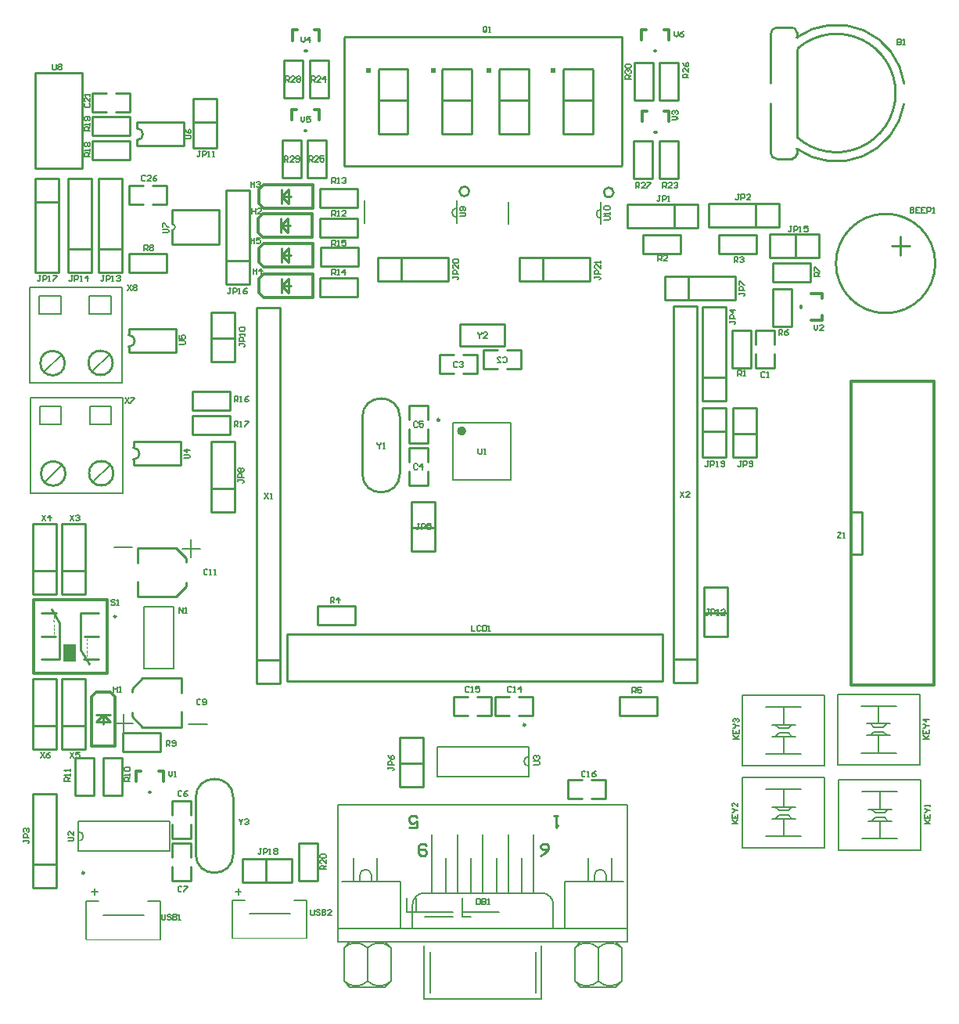
<source format=gto>
G04*
G04 #@! TF.GenerationSoftware,Altium Limited,Altium Designer,20.0.2 (26)*
G04*
G04 Layer_Color=65535*
%FSLAX24Y24*%
%MOIN*%
G70*
G01*
G75*
%ADD10C,0.0100*%
%ADD11C,0.0079*%
%ADD12C,0.0050*%
%ADD13C,0.0098*%
%ADD14C,0.0080*%
%ADD15C,0.0197*%
%ADD16C,0.0039*%
%ADD17C,0.0120*%
%ADD18C,0.0060*%
%ADD19R,0.0537X0.0739*%
%ADD20R,0.0197X0.0197*%
%ADD21R,0.0197X0.0197*%
D10*
X39266Y28796D02*
G03*
X39266Y28796I-2116J0D01*
G01*
X37942Y36452D02*
G03*
X33359Y38418I-2886J-402D01*
G01*
X32497Y38845D02*
G03*
X32261Y38570I20J-256D01*
G01*
X32261Y33491D02*
G03*
X32497Y33255I236J0D01*
G01*
X33364Y38648D02*
G03*
X33127Y38845I-217J-20D01*
G01*
X33167Y33255D02*
G03*
X33364Y33452I-0J197D01*
G01*
X33375Y34173D02*
G03*
X33417Y37963I1681J1877D01*
G01*
X33360Y33682D02*
G03*
X37931Y35577I1697J2368D01*
G01*
X2196Y19852D02*
G03*
X2196Y19852I-519J0D01*
G01*
X4243Y19864D02*
G03*
X4243Y19864I-519J0D01*
G01*
X5250Y34050D02*
G03*
X5250Y34550I0J250D01*
G01*
X25556Y31816D02*
G03*
X25556Y31816I-206J0D01*
G01*
X19406Y31866D02*
G03*
X19406Y31866I-206J0D01*
G01*
X7750Y3650D02*
G03*
X9350Y3650I800J0D01*
G01*
Y6050D02*
G03*
X7750Y6050I-800J0D01*
G01*
X5100Y20450D02*
G03*
X5100Y20950I0J250D01*
G01*
X4900Y25250D02*
G03*
X4900Y25750I0J250D01*
G01*
X2169Y24552D02*
G03*
X2169Y24552I-519J0D01*
G01*
X4217Y24564D02*
G03*
X4217Y24564I-519J0D01*
G01*
X16450Y22250D02*
G03*
X14850Y22250I-800J0D01*
G01*
Y19850D02*
G03*
X16450Y19850I800J0D01*
G01*
X33364Y33452D02*
Y33688D01*
X32497Y33255D02*
X33167D01*
X33364Y38412D02*
Y38648D01*
X32497Y38845D02*
X33167D01*
X32261Y33491D02*
Y35617D01*
Y36483D02*
Y38570D01*
X33375Y34173D02*
Y37922D01*
X33417Y37963D01*
X1596Y14084D02*
X1939Y13493D01*
Y12107D02*
Y13493D01*
X1193Y13904D02*
X1820D01*
X1193Y12920D02*
X1777D01*
X1939Y11936D02*
Y12107D01*
X1193Y11936D02*
X1939Y11936D01*
X2854Y12343D02*
X3197Y11752D01*
X2854Y12343D02*
Y13729D01*
X2973Y11932D02*
X3600D01*
X3016Y12916D02*
X3600Y12916D01*
X2854Y13729D02*
Y13900D01*
X3600Y13900D01*
X1145Y14492D02*
X1345Y14492D01*
X3980Y13992D02*
X3980Y14192D01*
X3468Y14488D02*
X3668Y14487D01*
X3803Y9188D02*
Y9588D01*
X3503Y9288D02*
X4103D01*
X3803Y9588D02*
X4103Y9288D01*
X3503D02*
X3803Y9588D01*
X3503D02*
X4103D01*
X2050Y9100D02*
X3050D01*
X2050Y8100D02*
X3050D01*
X2050D02*
Y11100D01*
X3050D01*
Y8100D02*
Y11100D01*
X800Y9100D02*
X1800D01*
X800Y8100D02*
X1800D01*
X800D02*
Y11100D01*
X1800D01*
Y8100D02*
Y11100D01*
X800Y15700D02*
X1800D01*
X800Y14700D02*
X1800D01*
X800D02*
Y17700D01*
X1800D01*
Y14700D02*
Y17700D01*
X2050Y15700D02*
X3050D01*
X2050Y14700D02*
X3050D01*
X2050D02*
Y17700D01*
X3050D01*
Y14700D02*
Y17700D01*
X3600Y32400D02*
X4600D01*
Y28400D02*
Y32400D01*
X3600Y28400D02*
Y32400D01*
Y28400D02*
X4600D01*
X3600Y29400D02*
X4600D01*
X2300Y32400D02*
X3300D01*
Y28400D02*
Y32400D01*
X2300Y28400D02*
Y32400D01*
Y28400D02*
X3300D01*
X2300Y29400D02*
X3300D01*
X900Y28400D02*
X1900D01*
X900Y32400D02*
X900Y28400D01*
X1900D02*
X1900Y32400D01*
X900D02*
X1900D01*
X900Y31400D02*
X1900D01*
X900Y32848D02*
X2900D01*
Y36900D01*
X1900D02*
X2900D01*
X900Y36900D02*
X1900Y36900D01*
X900Y32848D02*
X900Y36900D01*
X4350Y35250D02*
X4950D01*
X4350Y36050D02*
X4950D01*
X3350Y35250D02*
X3950D01*
X3350Y36050D02*
X3950D01*
X4950Y35250D02*
Y36050D01*
X3350Y35250D02*
Y36050D01*
X3350Y34000D02*
X4950D01*
X3350Y33200D02*
X4950D01*
X3350D02*
Y34000D01*
X4950Y33200D02*
Y34000D01*
X3350Y35050D02*
X4950D01*
X3350Y34250D02*
X4950D01*
X3350D02*
Y35050D01*
X4950Y34250D02*
Y35050D01*
X7650Y34800D02*
X8650D01*
X7650Y35800D02*
X8650D01*
X8650Y33700D02*
X8650Y35800D01*
X7650Y33700D02*
X8650D01*
X7650Y35800D02*
X7650Y33700D01*
X5250Y33800D02*
X7250D01*
Y34800D01*
X5250D02*
X7250D01*
X5250Y34550D02*
X5250Y34800D01*
X5250Y33800D02*
X5250Y34050D01*
X5900Y31300D02*
X6500D01*
X5900Y32100D02*
X6500D01*
X4900Y31300D02*
X5500D01*
X4900Y32100D02*
X5500D01*
X6500Y31300D02*
Y32100D01*
X4900Y31300D02*
Y32100D01*
Y28400D02*
X6500D01*
X4900Y29200D02*
X6500D01*
Y28400D02*
Y29200D01*
X4900Y28400D02*
Y29200D01*
X6750Y29614D02*
X8750D01*
Y31075D01*
X6750D02*
X8750D01*
X6750Y30469D02*
Y31075D01*
Y29614D02*
Y30219D01*
X9050Y31900D02*
X10050D01*
X10050Y27900D01*
X9050D02*
X9050Y31900D01*
X9050Y27900D02*
X10050D01*
X9050Y28900D02*
X10050D01*
X13040Y28180D02*
X14640D01*
X13040Y27380D02*
X14640D01*
X13040D02*
Y28180D01*
X14640Y27380D02*
Y28180D01*
X13090Y29480D02*
X14690Y29480D01*
X13090Y28680D02*
X14690D01*
X13090Y29480D02*
X13090Y28680D01*
X14690D02*
Y29480D01*
X13040Y30730D02*
X14640D01*
X13040Y29930D02*
X14640D01*
X13040D02*
Y30730D01*
X14640Y29930D02*
Y30730D01*
X13040Y31980D02*
X14640Y31980D01*
X13040Y31180D02*
X14640Y31180D01*
X13040Y31180D02*
Y31980D01*
X14640Y31180D02*
Y31980D01*
X11412Y27843D02*
X11812D01*
X11712Y27543D02*
Y28143D01*
X11412Y27843D02*
X11712Y28143D01*
X11412Y27843D02*
X11712Y27543D01*
X11412D02*
Y28143D01*
Y29153D02*
X11812D01*
X11712Y28853D02*
Y29453D01*
X11412Y29153D02*
X11712Y29453D01*
X11412Y29153D02*
X11712Y28853D01*
X11412D02*
Y29453D01*
X11362Y30403D02*
X11762D01*
X11662Y30103D02*
Y30703D01*
X11362Y30403D02*
X11662Y30703D01*
X11362Y30403D02*
X11662Y30103D01*
X11362D02*
Y30703D01*
X11412Y31653D02*
X11812D01*
X11712Y31353D02*
Y31953D01*
X11412Y31653D02*
X11712Y31953D01*
X11412Y31653D02*
X11712Y31353D01*
X11412D02*
Y31953D01*
X16500Y28050D02*
Y29050D01*
X15500Y28050D02*
Y29050D01*
X18500D01*
Y28050D02*
Y29050D01*
X15500Y28050D02*
X18500D01*
X22550D02*
Y29050D01*
X21550Y28050D02*
Y29050D01*
X24550D01*
Y28050D02*
Y29050D01*
X21550Y28050D02*
X24550D01*
X14098Y32952D02*
X14311D01*
X14094Y32956D02*
X14098Y32952D01*
X14094Y32956D02*
X14094Y33700D01*
X14114Y38448D02*
X14183D01*
X14094Y38428D02*
X14114Y38448D01*
X14094Y37700D02*
X14094Y38428D01*
X14094Y33700D02*
Y37700D01*
X25817Y38448D02*
X25902Y38448D01*
X25906Y38444D01*
X25906Y38359D01*
Y37700D02*
Y38359D01*
X25728Y32952D02*
X25886D01*
X25906Y32972D01*
Y33700D01*
Y37700D01*
X18248Y34314D02*
X19350D01*
X18248D02*
Y37031D01*
X18287Y37070D01*
X19508Y34314D02*
Y37031D01*
X19350Y34314D02*
X19508Y34314D01*
X18287Y35731D02*
X19508D01*
X18248Y35692D02*
X18287Y35731D01*
X18287Y37070D02*
X19492Y37070D01*
X19508Y37031D01*
X16775Y37070D02*
X16791Y37031D01*
X15571Y37070D02*
X16775Y37070D01*
X15531Y35692D02*
X15571Y35731D01*
X16791D01*
X16634Y34314D02*
X16791Y34314D01*
X16791Y37031D02*
X16791Y34314D01*
X15532Y37031D02*
X15571Y37070D01*
X15532Y34314D02*
Y37031D01*
Y34314D02*
X16634D01*
X20689D02*
X21791D01*
X20689D02*
Y37031D01*
X20728Y37070D01*
X21949Y34314D02*
Y37031D01*
X21791Y34314D02*
X21949Y34314D01*
X20728Y35731D02*
X21949D01*
X20689Y35692D02*
X20728Y35731D01*
Y37070D02*
X21933Y37070D01*
X21949Y37031D01*
X24649Y37070D02*
X24665Y37031D01*
X23445Y37070D02*
X24649Y37070D01*
X23406Y35692D02*
X23445Y35731D01*
X24665D01*
X24508Y34314D02*
X24665Y34314D01*
Y37031D01*
X23406Y37031D02*
X23445Y37070D01*
X23406Y34314D02*
Y37031D01*
Y34314D02*
X24508D01*
X14183Y32952D02*
X25817Y32952D01*
X14183Y38448D02*
X25817D01*
X27250Y35750D02*
Y37350D01*
X26450Y35750D02*
Y37350D01*
X27250D01*
X26450Y35750D02*
X27250D01*
X28300Y35750D02*
Y37350D01*
X27500Y35750D02*
Y37350D01*
X28300D01*
X27500Y35750D02*
X28300D01*
X27200Y32400D02*
Y34000D01*
X26400Y32400D02*
Y34000D01*
X27200D01*
X26400Y32400D02*
X27200D01*
X27500D02*
Y34000D01*
X28300Y32400D02*
Y34000D01*
X27500Y32400D02*
X28300D01*
X27500Y34000D02*
X28300D01*
X31600Y30350D02*
Y31350D01*
X32600Y30350D02*
Y31350D01*
X29600Y30350D02*
X32600Y30350D01*
X29600Y30350D02*
Y31350D01*
X32600Y31350D01*
X28150Y30300D02*
Y31300D01*
X29150Y30300D02*
Y31300D01*
X26150Y30300D02*
X29150D01*
X26150D02*
Y31300D01*
X29150D01*
X26800Y30000D02*
X28400D01*
X26800Y29200D02*
X28400D01*
X26800D02*
Y30000D01*
X28400Y29200D02*
Y30000D01*
X30050Y29200D02*
X31650D01*
X30050Y30000D02*
X31650D01*
Y29200D02*
Y30000D01*
X30050Y29200D02*
Y30000D01*
X33300Y29050D02*
Y30050D01*
X34300Y29050D02*
Y30050D01*
X32200Y29050D02*
X34300D01*
X32200D02*
Y30050D01*
X34300D01*
X32350Y28000D02*
X33950D01*
X32350Y28800D02*
X33950D01*
X32350Y28000D02*
Y28800D01*
X33950Y28000D02*
Y28800D01*
X32350Y26100D02*
Y27700D01*
X33150Y26100D02*
Y27700D01*
X32350D02*
X33150D01*
X32350Y26100D02*
X33150D01*
X28750Y27250D02*
Y28250D01*
X27750Y27250D02*
Y28250D01*
X30750D01*
Y27250D02*
Y28250D01*
X27750Y27250D02*
X30750D01*
X32400Y25350D02*
Y25950D01*
X31600Y25350D02*
Y25950D01*
X32400Y24350D02*
Y24950D01*
X31600Y24350D02*
Y24950D01*
Y25950D02*
X32400Y25950D01*
X31600Y24350D02*
X32400D01*
X30600Y24350D02*
X30600Y25950D01*
X31400D02*
X31400Y24350D01*
X30600D02*
X31400D01*
X30600Y25950D02*
X31400D01*
X29350Y26950D02*
X30350D01*
Y22950D02*
Y26950D01*
X29350Y22950D02*
Y26950D01*
Y22950D02*
X30350D01*
X29350Y23950D02*
X30350D01*
X29350Y21650D02*
X30350D01*
X29350Y22650D02*
X30350D01*
X30350Y20550D02*
X30350Y22650D01*
X29350Y20550D02*
X30350D01*
X29350Y22650D02*
X29350Y20550D01*
X30650Y21550D02*
X31650D01*
X30650Y20550D02*
X31650D01*
X30650D02*
Y22650D01*
X31650D01*
Y20550D02*
Y22650D01*
X35678Y16400D02*
X36150D01*
Y18200D01*
X35750D02*
X36150D01*
X25800Y9550D02*
X27400D01*
X25800Y10350D02*
X27400D01*
Y9550D02*
Y10350D01*
X25800Y9550D02*
Y10350D01*
X12950Y13400D02*
X14550D01*
X12950Y14200D02*
X14550D01*
Y13400D02*
Y14200D01*
X12950Y13400D02*
Y14200D01*
X11650Y13000D02*
X27650D01*
X11650D02*
X11650Y11000D01*
X27650D01*
Y13000D01*
X18750Y9550D02*
Y10350D01*
X20350Y9550D02*
Y10350D01*
X18750D02*
X19350D01*
X18750Y9550D02*
X19350D01*
X19750Y10350D02*
X20350D01*
X19750Y9550D02*
X20350D01*
X21500D02*
X22100D01*
X21500Y10350D02*
X22100D01*
X20500Y9550D02*
X21100D01*
X20500Y10350D02*
X21100D01*
X22100Y9550D02*
Y10350D01*
X20500Y9550D02*
Y10350D01*
X24600Y6000D02*
X25200D01*
X24600Y6800D02*
X25200D01*
X23600Y6000D02*
X24200D01*
X23600Y6800D02*
X24200D01*
X25200Y6000D02*
Y6800D01*
X23600Y6000D02*
Y6800D01*
X16450Y7500D02*
X17450D01*
X16450Y6500D02*
X17450D01*
X16450D02*
Y8600D01*
X17450D01*
Y6500D02*
Y8600D01*
X12950Y2500D02*
Y4100D01*
X12150Y2500D02*
Y4100D01*
X12950D01*
X12150Y2500D02*
X12950D01*
X10750Y2450D02*
Y3450D01*
X9750Y2450D02*
Y3450D01*
X11850Y3450D01*
Y2450D02*
Y3450D01*
X9750Y2450D02*
X11850Y2450D01*
X9350Y3650D02*
Y6050D01*
X7750Y3650D02*
Y6050D01*
X7550Y3500D02*
Y4100D01*
X6750Y3500D02*
Y4100D01*
X7550Y2500D02*
Y3100D01*
X6750Y2500D02*
Y3100D01*
Y4100D02*
X7550D01*
X6750Y2500D02*
X7550D01*
X6750Y4300D02*
Y4900D01*
X7550Y4300D02*
Y4900D01*
X6750Y5300D02*
Y5900D01*
X7550Y5300D02*
Y5900D01*
X6750Y4300D02*
X7550D01*
X6750Y5900D02*
X7550D01*
X800Y6200D02*
X1800D01*
Y2200D02*
Y6200D01*
X800Y2200D02*
Y6200D01*
Y2200D02*
X1800D01*
X800Y3200D02*
X1800D01*
X3400Y6150D02*
Y7750D01*
X2600Y6150D02*
Y7750D01*
X3400D01*
X2600Y6150D02*
X3400D01*
X4600Y6150D02*
Y7750D01*
X3800Y6150D02*
Y7750D01*
X4600D01*
X3800Y6150D02*
X4600D01*
X4650Y8800D02*
X6250D01*
X4650Y8000D02*
X6250D01*
X4650D02*
Y8800D01*
X6250Y8000D02*
Y8800D01*
X7129Y10500D02*
Y11143D01*
X5476D02*
X7129D01*
X5043Y10691D02*
X5476Y11143D01*
X5043Y10533D02*
Y10691D01*
Y9509D02*
Y9667D01*
Y9509D02*
X5476Y9057D01*
X7129D01*
Y9700D01*
X5271Y14607D02*
Y15250D01*
Y14607D02*
X6924Y14607D01*
X7357Y15059D01*
Y15217D01*
Y16083D02*
Y16241D01*
X6924Y16693D02*
X7357Y16241D01*
X5271Y16693D02*
X6924D01*
X5271D02*
X5271Y16050D01*
X8416Y19200D02*
X9416D01*
X8416Y18200D02*
X9416D01*
X8416Y21200D02*
X8416Y18200D01*
X8416Y21200D02*
X9416D01*
X9416Y18200D02*
X9416Y21200D01*
X5100Y20200D02*
X7100D01*
Y21200D01*
X5100Y21200D02*
X7100Y21200D01*
X5100Y20950D02*
Y21200D01*
Y20200D02*
Y20450D01*
X7600Y21500D02*
X9200D01*
X7600Y22300D02*
X9200D01*
Y21500D02*
Y22300D01*
X7600Y21500D02*
Y22300D01*
X7600Y22550D02*
X9200Y22550D01*
X7600Y23350D02*
X9200D01*
X9200Y22550D01*
X7600Y22550D02*
Y23350D01*
X8416Y25600D02*
X9416D01*
X8416Y24600D02*
X9416D01*
X8416D02*
Y26700D01*
X9416D01*
Y24600D02*
Y26700D01*
X4900Y25000D02*
X6900Y25000D01*
Y26000D01*
X4900D02*
X6900D01*
X4900Y25750D02*
Y26000D01*
Y25000D02*
Y25250D01*
X21000Y25100D02*
X21600D01*
X21000Y24300D02*
X21600D01*
X20000Y25100D02*
X20600D01*
X20000Y24300D02*
X20600D01*
X21600D02*
Y25100D01*
X20000Y24300D02*
Y25100D01*
X19150Y24100D02*
X19750D01*
X19150Y24900D02*
X19750D01*
X18150Y24100D02*
X18750D01*
X18150Y24900D02*
X18750D01*
X19750Y24100D02*
Y24900D01*
X18150Y24100D02*
Y24900D01*
X16850Y19350D02*
Y19950D01*
X17650Y19350D02*
Y19950D01*
X16850Y20350D02*
Y20950D01*
X17650Y20350D02*
Y20950D01*
X16850Y19350D02*
X17650D01*
X16850Y20950D02*
X17650D01*
Y22150D02*
Y22750D01*
X16850Y22150D02*
Y22750D01*
X17650Y21150D02*
Y21750D01*
X16850Y21150D02*
Y21750D01*
Y22750D02*
X17650D01*
X16850Y21150D02*
X17650D01*
X16950Y17550D02*
X17950D01*
X16950Y16550D02*
X17950D01*
X16950D02*
Y18650D01*
X17950D01*
Y16550D02*
Y18650D01*
X29400Y13900D02*
X30400D01*
X29400Y12900D02*
X30400D01*
X29400D02*
Y15000D01*
X30400D01*
Y12900D02*
Y15000D01*
X12600Y35850D02*
Y37450D01*
X13400Y35850D02*
Y37450D01*
X12600Y35850D02*
X13400D01*
X12600Y37450D02*
X13400D01*
X12500Y32450D02*
Y34050D01*
X13300Y32450D02*
Y34050D01*
X12500Y32450D02*
X13300D01*
X12500Y34050D02*
X13300D01*
X12300Y35850D02*
Y37450D01*
X11500Y35850D02*
Y37450D01*
X12300D01*
X11500Y35850D02*
X12300D01*
X12250Y32450D02*
Y34050D01*
X11450Y32450D02*
Y34050D01*
X12250D01*
X11450Y32450D02*
X12250D01*
X11350Y10900D02*
Y26916D01*
X10350D02*
X11350D01*
X10350Y10900D02*
Y26916D01*
Y10900D02*
X11350D01*
X10350Y11900D02*
X11350D01*
X14850Y19850D02*
Y22250D01*
X16450Y19850D02*
Y22250D01*
X19024Y26228D02*
X20914D01*
Y25264D02*
Y26228D01*
X19024Y25264D02*
X20914D01*
X19024D02*
Y26228D01*
X28100Y11950D02*
X29100D01*
X28100Y10950D02*
X29100D01*
X28100D02*
Y26966D01*
X29100D01*
Y10950D02*
Y26966D01*
X37790Y29950D02*
Y29163D01*
X38184Y29556D02*
X37397D01*
X17592Y4008D02*
X17508Y4092D01*
X17342D01*
X17258Y4008D01*
Y3675D01*
X17342Y3592D01*
X17508D01*
X17592Y3675D01*
Y3758D01*
X17508Y3842D01*
X17258D01*
X16858Y4792D02*
X17192D01*
Y5042D01*
X17025Y4958D01*
X16942D01*
X16858Y5042D01*
Y5208D01*
X16942Y5292D01*
X17108D01*
X17192Y5208D01*
X23192Y5292D02*
X23025D01*
X23108D01*
Y4792D01*
X23192Y4875D01*
X22458Y3592D02*
X22625Y3675D01*
X22792Y3842D01*
Y4008D01*
X22708Y4092D01*
X22542D01*
X22458Y4008D01*
Y3925D01*
X22542Y3842D01*
X22792D01*
D11*
X6750Y30219D02*
G03*
X6750Y30469I0J125D01*
G01*
X21950Y7806D02*
G03*
X21950Y7394I0J-206D01*
G01*
X2750Y4194D02*
G03*
X2750Y4606I0J206D01*
G01*
X1102Y21950D02*
X1113Y21939D01*
X2015D01*
X1102Y21950D02*
Y22730D01*
X2015Y21939D02*
X2023Y21946D01*
Y22730D01*
X1102D02*
X2023D01*
X1700Y19013D02*
X3668D01*
X1700Y23068D02*
X3668D01*
X716Y21100D02*
Y23068D01*
X4653D01*
Y21100D02*
Y23068D01*
X716Y19013D02*
X1700D01*
X716Y19033D02*
Y21100D01*
X3668Y19013D02*
X4653D01*
Y21175D01*
X3239Y22730D02*
X4161D01*
Y21946D02*
Y22730D01*
X4153Y21939D02*
X4161Y21946D01*
X3239Y21950D02*
Y22730D01*
X3251Y21939D02*
X4153D01*
X3239Y21950D02*
X3251Y21939D01*
X1350Y19446D02*
Y19506D01*
X2058Y20214D01*
X3417Y19435D02*
Y19533D01*
X4074Y20191D01*
X18051Y8217D02*
X21949D01*
Y6957D02*
Y8217D01*
X18051Y6957D02*
X21949D01*
X18051D02*
Y8217D01*
X2751Y3783D02*
X6649D01*
X2751D02*
Y5043D01*
X6649Y5043D01*
Y3783D02*
Y5043D01*
X5531Y11537D02*
X6810D01*
X5531Y14174D02*
X6810D01*
X5531Y11537D02*
Y14174D01*
X6810Y11537D02*
Y14174D01*
X1075Y26650D02*
X1087Y26639D01*
X1989D01*
X1075Y26650D02*
Y27430D01*
X1989Y26639D02*
X1996Y26646D01*
Y27430D01*
X1075D02*
X1996D01*
X1674Y23713D02*
X3642D01*
X1674Y27768D02*
X3642D01*
X689Y25800D02*
Y27768D01*
X4626D01*
Y25800D02*
Y27768D01*
X689Y23713D02*
X1674D01*
X689Y23733D02*
Y25800D01*
X3642Y23713D02*
X4626D01*
Y25875D01*
X3213Y27430D02*
X4134D01*
Y26646D02*
Y27430D01*
X4126Y26639D02*
X4134Y26646D01*
X3213Y26650D02*
Y27430D01*
X3225Y26639D02*
X4126D01*
X3213Y26650D02*
X3225Y26639D01*
X1323Y24146D02*
Y24206D01*
X2032Y24914D01*
X3390Y24135D02*
Y24233D01*
X4048Y24891D01*
X18728Y19576D02*
X21169Y19576D01*
X21169Y22017D02*
X21169Y19576D01*
X18728Y22017D02*
X21169D01*
X18728Y19576D02*
X18728Y22017D01*
X9432Y2034D02*
X9694D01*
X9563Y2165D02*
Y1903D01*
X3309Y2036D02*
X3571D01*
X3440Y2167D02*
Y1905D01*
X4300Y9215D02*
X5087D01*
X4694Y9609D02*
Y8822D01*
X7450Y9190D02*
X8237D01*
X7950Y16660D02*
X7163D01*
X7556Y16266D02*
Y17053D01*
X5050Y16710D02*
X4263D01*
X20674Y1184D02*
X19494D01*
Y987D02*
X19100D01*
Y1774D01*
X19494Y1184D02*
X19100D01*
X18707D02*
X17526D01*
X18707Y987D02*
X17526D01*
Y1184D02*
X16739D01*
Y1774D01*
X17132Y1184D02*
Y1774D01*
D12*
X25018Y31098D02*
G03*
X25018Y30716I0J-191D01*
G01*
X18868Y31148D02*
G03*
X18868Y30766I0J-191D01*
G01*
X21082Y30466D02*
Y31416D01*
X25018Y30466D02*
Y31416D01*
X14931Y30516D02*
Y31466D01*
X18868Y30516D02*
Y31466D01*
X37050Y8850D02*
X37200Y8700D01*
X36650Y8850D02*
X37050D01*
X36500Y8700D02*
X36650Y8850D01*
Y9050D02*
X37050D01*
X37200Y9200D01*
X36500D02*
X36650Y9050D01*
X36850Y9200D02*
Y9950D01*
X36350Y9200D02*
X37350D01*
X36350Y8700D02*
X37350D01*
X36850Y7950D02*
Y8700D01*
X36100Y7950D02*
X37600D01*
X36100Y9950D02*
X37600D01*
X35100Y10450D02*
X38600D01*
Y7450D02*
Y10450D01*
X35100Y7450D02*
X38600D01*
X35100D02*
Y10450D01*
X37100Y5200D02*
X37250Y5050D01*
X36700Y5200D02*
X37100D01*
X36550Y5050D02*
X36700Y5200D01*
Y5400D02*
X37100D01*
X37250Y5550D01*
X36550D02*
X36700Y5400D01*
X36900Y5550D02*
Y6300D01*
X36400Y5550D02*
X37400D01*
X36400Y5050D02*
X37400D01*
X36900Y4300D02*
Y5050D01*
X36150Y4300D02*
X37650D01*
X36150Y6300D02*
X37650D01*
X35150Y6800D02*
X38650D01*
Y3800D02*
Y6800D01*
X35150Y3800D02*
X38650D01*
X35150D02*
Y6800D01*
X33000Y5300D02*
X33150Y5150D01*
X32600Y5300D02*
X33000D01*
X32450Y5150D02*
X32600Y5300D01*
Y5500D02*
X33000D01*
X33150Y5650D01*
X32450D02*
X32600Y5500D01*
X32800Y5650D02*
Y6400D01*
X32300Y5650D02*
X33300D01*
X32300Y5150D02*
X33300D01*
X32800Y4400D02*
Y5150D01*
X32050Y4400D02*
X33550D01*
X32050Y6400D02*
X33550D01*
X31050Y6900D02*
X34550D01*
Y3900D02*
Y6900D01*
X31050Y3900D02*
X34550D01*
X31050D02*
Y6900D01*
X33000Y8800D02*
X33150Y8650D01*
X32600Y8800D02*
X33000D01*
X32450Y8650D02*
X32600Y8800D01*
Y9000D02*
X33000D01*
X33150Y9150D01*
X32450D02*
X32600Y9000D01*
X32800Y9150D02*
Y9900D01*
X32300Y9150D02*
X33300D01*
X32300Y8650D02*
X33300D01*
X32800Y7900D02*
Y8650D01*
X32050Y7900D02*
X33550D01*
X32050Y9900D02*
X33550D01*
X31050Y10400D02*
X34550D01*
Y7400D02*
Y10400D01*
X31050Y7400D02*
X34550D01*
X31050D02*
Y10400D01*
X7050Y13900D02*
Y14140D01*
X7210Y13900D01*
Y14140D01*
X7290Y13900D02*
X7370D01*
X7330D01*
Y14140D01*
X7290Y14100D01*
X19500Y13390D02*
Y13150D01*
X19660D01*
X19900Y13350D02*
X19860Y13390D01*
X19780D01*
X19740Y13350D01*
Y13190D01*
X19780Y13150D01*
X19860D01*
X19900Y13190D01*
X19980Y13390D02*
Y13150D01*
X20100D01*
X20140Y13190D01*
Y13350D01*
X20100Y13390D01*
X19980D01*
X20220Y13150D02*
X20300D01*
X20260D01*
Y13390D01*
X20220Y13350D01*
X28400Y19080D02*
X28560Y18840D01*
Y19080D02*
X28400Y18840D01*
X28800D02*
X28640D01*
X28800Y19000D01*
Y19040D01*
X28760Y19080D01*
X28680D01*
X28640Y19040D01*
X9600Y5140D02*
Y5100D01*
X9680Y5020D01*
X9760Y5100D01*
Y5140D01*
X9680Y5020D02*
Y4900D01*
X9840Y5100D02*
X9880Y5140D01*
X9960D01*
X10000Y5100D01*
Y5060D01*
X9960Y5020D01*
X9920D01*
X9960D01*
X10000Y4980D01*
Y4940D01*
X9960Y4900D01*
X9880D01*
X9840Y4940D01*
X37650Y38340D02*
Y38100D01*
X37770D01*
X37810Y38140D01*
Y38180D01*
X37770Y38220D01*
X37650D01*
X37770D01*
X37810Y38260D01*
Y38300D01*
X37770Y38340D01*
X37650D01*
X37890Y38100D02*
X37970D01*
X37930D01*
Y38340D01*
X37890Y38300D01*
X35100Y17340D02*
X35260D01*
Y17300D01*
X35100Y17140D01*
Y17100D01*
X35260D01*
X35340D02*
X35420D01*
X35380D01*
Y17340D01*
X35340Y17300D01*
X19770Y25870D02*
Y25830D01*
X19850Y25750D01*
X19930Y25830D01*
Y25870D01*
X19850Y25750D02*
Y25630D01*
X20170D02*
X20010D01*
X20170Y25790D01*
Y25830D01*
X20130Y25870D01*
X20050D01*
X20010Y25830D01*
X15490Y21170D02*
Y21130D01*
X15570Y21050D01*
X15650Y21130D01*
Y21170D01*
X15570Y21050D02*
Y20930D01*
X15730D02*
X15810D01*
X15770D01*
Y21170D01*
X15730Y21130D01*
X4850Y27890D02*
X5010Y27650D01*
Y27890D02*
X4850Y27650D01*
X5090Y27850D02*
X5130Y27890D01*
X5210D01*
X5250Y27850D01*
Y27810D01*
X5210Y27770D01*
X5250Y27730D01*
Y27690D01*
X5210Y27650D01*
X5130D01*
X5090Y27690D01*
Y27730D01*
X5130Y27770D01*
X5090Y27810D01*
Y27850D01*
X5130Y27770D02*
X5210D01*
X4750Y23090D02*
X4910Y22850D01*
Y23090D02*
X4750Y22850D01*
X4990Y23090D02*
X5150D01*
Y23050D01*
X4990Y22890D01*
Y22850D01*
X1150Y7990D02*
X1310Y7750D01*
Y7990D02*
X1150Y7750D01*
X1550Y7990D02*
X1470Y7950D01*
X1390Y7870D01*
Y7790D01*
X1430Y7750D01*
X1510D01*
X1550Y7790D01*
Y7830D01*
X1510Y7870D01*
X1390D01*
X2400Y7990D02*
X2560Y7750D01*
Y7990D02*
X2400Y7750D01*
X2800Y7990D02*
X2640D01*
Y7870D01*
X2720Y7910D01*
X2760D01*
X2800Y7870D01*
Y7790D01*
X2760Y7750D01*
X2680D01*
X2640Y7790D01*
X1200Y18090D02*
X1360Y17850D01*
Y18090D02*
X1200Y17850D01*
X1560D02*
Y18090D01*
X1440Y17970D01*
X1600D01*
X2400Y18090D02*
X2560Y17850D01*
Y18090D02*
X2400Y17850D01*
X2640Y18050D02*
X2680Y18090D01*
X2760D01*
X2800Y18050D01*
Y18010D01*
X2760Y17970D01*
X2720D01*
X2760D01*
X2800Y17930D01*
Y17890D01*
X2760Y17850D01*
X2680D01*
X2640Y17890D01*
X10690Y19030D02*
X10850Y18790D01*
Y19030D02*
X10690Y18790D01*
X10930D02*
X11010D01*
X10970D01*
Y19030D01*
X10930Y18990D01*
X28150Y38690D02*
Y38530D01*
X28230Y38450D01*
X28310Y38530D01*
Y38690D01*
X28550D02*
X28470Y38650D01*
X28390Y38570D01*
Y38490D01*
X28430Y38450D01*
X28510D01*
X28550Y38490D01*
Y38530D01*
X28510Y38570D01*
X28390D01*
X12230Y35050D02*
Y34890D01*
X12310Y34810D01*
X12390Y34890D01*
Y35050D01*
X12630D02*
X12470D01*
Y34930D01*
X12550Y34970D01*
X12590D01*
X12630Y34930D01*
Y34850D01*
X12590Y34810D01*
X12510D01*
X12470Y34850D01*
X12250Y38440D02*
Y38280D01*
X12330Y38200D01*
X12410Y38280D01*
Y38440D01*
X12610Y38200D02*
Y38440D01*
X12490Y38320D01*
X12650D01*
X28060Y34900D02*
X28220D01*
X28300Y34980D01*
X28220Y35060D01*
X28060D01*
X28100Y35140D02*
X28060Y35180D01*
Y35260D01*
X28100Y35300D01*
X28140D01*
X28180Y35260D01*
Y35220D01*
Y35260D01*
X28220Y35300D01*
X28260D01*
X28300Y35260D01*
Y35180D01*
X28260Y35140D01*
X34100Y26190D02*
Y26030D01*
X34180Y25950D01*
X34260Y26030D01*
Y26190D01*
X34500Y25950D02*
X34340D01*
X34500Y26110D01*
Y26150D01*
X34460Y26190D01*
X34380D01*
X34340Y26150D01*
X6600Y7190D02*
Y7030D01*
X6680Y6950D01*
X6760Y7030D01*
Y7190D01*
X6840Y6950D02*
X6920D01*
X6880D01*
Y7190D01*
X6840Y7150D01*
X12650Y1290D02*
Y1090D01*
X12690Y1050D01*
X12770D01*
X12810Y1090D01*
Y1290D01*
X13050Y1250D02*
X13010Y1290D01*
X12930D01*
X12890Y1250D01*
Y1210D01*
X12930Y1170D01*
X13010D01*
X13050Y1130D01*
Y1090D01*
X13010Y1050D01*
X12930D01*
X12890Y1090D01*
X13130Y1290D02*
Y1050D01*
X13250D01*
X13290Y1090D01*
Y1130D01*
X13250Y1170D01*
X13130D01*
X13250D01*
X13290Y1210D01*
Y1250D01*
X13250Y1290D01*
X13130D01*
X13530Y1050D02*
X13370D01*
X13530Y1210D01*
Y1250D01*
X13490Y1290D01*
X13410D01*
X13370Y1250D01*
X6300Y1090D02*
Y890D01*
X6340Y850D01*
X6420D01*
X6460Y890D01*
Y1090D01*
X6700Y1050D02*
X6660Y1090D01*
X6580D01*
X6540Y1050D01*
Y1010D01*
X6580Y970D01*
X6660D01*
X6700Y930D01*
Y890D01*
X6660Y850D01*
X6580D01*
X6540Y890D01*
X6780Y1090D02*
Y850D01*
X6900D01*
X6940Y890D01*
Y930D01*
X6900Y970D01*
X6780D01*
X6900D01*
X6940Y1010D01*
Y1050D01*
X6900Y1090D01*
X6780D01*
X7020Y850D02*
X7100D01*
X7060D01*
Y1090D01*
X7020Y1050D01*
X25160Y30650D02*
X25360D01*
X25400Y30690D01*
Y30770D01*
X25360Y30810D01*
X25160D01*
X25400Y30890D02*
Y30970D01*
Y30930D01*
X25160D01*
X25200Y30890D01*
Y31090D02*
X25160Y31130D01*
Y31210D01*
X25200Y31250D01*
X25360D01*
X25400Y31210D01*
Y31130D01*
X25360Y31090D01*
X25200D01*
X19010Y30800D02*
X19210D01*
X19250Y30840D01*
Y30920D01*
X19210Y30960D01*
X19010D01*
X19210Y31040D02*
X19250Y31080D01*
Y31160D01*
X19210Y31200D01*
X19050D01*
X19010Y31160D01*
Y31080D01*
X19050Y31040D01*
X19090D01*
X19130Y31080D01*
Y31200D01*
X1650Y37290D02*
Y37090D01*
X1690Y37050D01*
X1770D01*
X1810Y37090D01*
Y37290D01*
X1890Y37250D02*
X1930Y37290D01*
X2010D01*
X2050Y37250D01*
Y37210D01*
X2010Y37170D01*
X2050Y37130D01*
Y37090D01*
X2010Y37050D01*
X1930D01*
X1890Y37090D01*
Y37130D01*
X1930Y37170D01*
X1890Y37210D01*
Y37250D01*
X1930Y37170D02*
X2010D01*
X6360Y30100D02*
X6560D01*
X6600Y30140D01*
Y30220D01*
X6560Y30260D01*
X6360D01*
Y30340D02*
Y30500D01*
X6400D01*
X6560Y30340D01*
X6600D01*
X7310Y34100D02*
X7510D01*
X7550Y34140D01*
Y34220D01*
X7510Y34260D01*
X7310D01*
Y34500D02*
X7350Y34420D01*
X7430Y34340D01*
X7510D01*
X7550Y34380D01*
Y34460D01*
X7510Y34500D01*
X7470D01*
X7430Y34460D01*
Y34340D01*
X7060Y25350D02*
X7260D01*
X7300Y25390D01*
Y25470D01*
X7260Y25510D01*
X7060D01*
Y25750D02*
Y25590D01*
X7180D01*
X7140Y25670D01*
Y25710D01*
X7180Y25750D01*
X7260D01*
X7300Y25710D01*
Y25630D01*
X7260Y25590D01*
X7260Y20500D02*
X7460D01*
X7500Y20540D01*
Y20620D01*
X7460Y20660D01*
X7260D01*
X7500Y20860D02*
X7260D01*
X7380Y20740D01*
Y20900D01*
X22160Y7450D02*
X22360D01*
X22400Y7490D01*
Y7570D01*
X22360Y7610D01*
X22160D01*
X22200Y7690D02*
X22160Y7730D01*
Y7810D01*
X22200Y7850D01*
X22240D01*
X22280Y7810D01*
Y7770D01*
Y7810D01*
X22320Y7850D01*
X22360D01*
X22400Y7810D01*
Y7730D01*
X22360Y7690D01*
X2310Y4200D02*
X2510D01*
X2550Y4240D01*
Y4320D01*
X2510Y4360D01*
X2310D01*
X2550Y4600D02*
Y4440D01*
X2390Y4600D01*
X2350D01*
X2310Y4560D01*
Y4480D01*
X2350Y4440D01*
X19790Y20920D02*
Y20720D01*
X19830Y20680D01*
X19910D01*
X19950Y20720D01*
Y20920D01*
X20030Y20680D02*
X20110D01*
X20070D01*
Y20920D01*
X20030Y20880D01*
X4310Y14450D02*
X4270Y14490D01*
X4190D01*
X4150Y14450D01*
Y14410D01*
X4190Y14370D01*
X4270D01*
X4310Y14330D01*
Y14290D01*
X4270Y14250D01*
X4190D01*
X4150Y14290D01*
X4390Y14250D02*
X4470D01*
X4430D01*
Y14490D01*
X4390Y14450D01*
X26300Y36650D02*
X26060D01*
Y36770D01*
X26100Y36810D01*
X26180D01*
X26220Y36770D01*
Y36650D01*
Y36730D02*
X26300Y36810D01*
X26100Y36890D02*
X26060Y36930D01*
Y37010D01*
X26100Y37050D01*
X26140D01*
X26180Y37010D01*
Y36970D01*
Y37010D01*
X26220Y37050D01*
X26260D01*
X26300Y37010D01*
Y36930D01*
X26260Y36890D01*
X26100Y37130D02*
X26060Y37170D01*
Y37250D01*
X26100Y37290D01*
X26260D01*
X26300Y37250D01*
Y37170D01*
X26260Y37130D01*
X26100D01*
X11530Y33130D02*
Y33370D01*
X11650D01*
X11690Y33330D01*
Y33250D01*
X11650Y33210D01*
X11530D01*
X11610D02*
X11690Y33130D01*
X11930D02*
X11770D01*
X11930Y33290D01*
Y33330D01*
X11890Y33370D01*
X11810D01*
X11770Y33330D01*
X12010Y33170D02*
X12050Y33130D01*
X12130D01*
X12170Y33170D01*
Y33330D01*
X12130Y33370D01*
X12050D01*
X12010Y33330D01*
Y33290D01*
X12050Y33250D01*
X12170D01*
X11580Y36530D02*
Y36770D01*
X11700D01*
X11740Y36730D01*
Y36650D01*
X11700Y36610D01*
X11580D01*
X11660D02*
X11740Y36530D01*
X11980D02*
X11820D01*
X11980Y36690D01*
Y36730D01*
X11940Y36770D01*
X11860D01*
X11820Y36730D01*
X12060D02*
X12100Y36770D01*
X12180D01*
X12220Y36730D01*
Y36690D01*
X12180Y36650D01*
X12220Y36610D01*
Y36570D01*
X12180Y36530D01*
X12100D01*
X12060Y36570D01*
Y36610D01*
X12100Y36650D01*
X12060Y36690D01*
Y36730D01*
X12100Y36650D02*
X12180D01*
X26500Y32000D02*
Y32240D01*
X26620D01*
X26660Y32200D01*
Y32120D01*
X26620Y32080D01*
X26500D01*
X26580D02*
X26660Y32000D01*
X26900D02*
X26740D01*
X26900Y32160D01*
Y32200D01*
X26860Y32240D01*
X26780D01*
X26740Y32200D01*
X26980Y32240D02*
X27140D01*
Y32200D01*
X26980Y32040D01*
Y32000D01*
X28750Y36700D02*
X28510D01*
Y36820D01*
X28550Y36860D01*
X28630D01*
X28670Y36820D01*
Y36700D01*
Y36780D02*
X28750Y36860D01*
Y37100D02*
Y36940D01*
X28590Y37100D01*
X28550D01*
X28510Y37060D01*
Y36980D01*
X28550Y36940D01*
X28510Y37340D02*
X28550Y37260D01*
X28630Y37180D01*
X28710D01*
X28750Y37220D01*
Y37300D01*
X28710Y37340D01*
X28670D01*
X28630Y37300D01*
Y37180D01*
X12580Y33130D02*
Y33370D01*
X12700D01*
X12740Y33330D01*
Y33250D01*
X12700Y33210D01*
X12580D01*
X12660D02*
X12740Y33130D01*
X12980D02*
X12820D01*
X12980Y33290D01*
Y33330D01*
X12940Y33370D01*
X12860D01*
X12820Y33330D01*
X13220Y33370D02*
X13060D01*
Y33250D01*
X13140Y33290D01*
X13180D01*
X13220Y33250D01*
Y33170D01*
X13180Y33130D01*
X13100D01*
X13060Y33170D01*
X12680Y36530D02*
Y36770D01*
X12800D01*
X12840Y36730D01*
Y36650D01*
X12800Y36610D01*
X12680D01*
X12760D02*
X12840Y36530D01*
X13080D02*
X12920D01*
X13080Y36690D01*
Y36730D01*
X13040Y36770D01*
X12960D01*
X12920Y36730D01*
X13280Y36530D02*
Y36770D01*
X13160Y36650D01*
X13320D01*
X27650Y32000D02*
Y32240D01*
X27770D01*
X27810Y32200D01*
Y32120D01*
X27770Y32080D01*
X27650D01*
X27730D02*
X27810Y32000D01*
X28050D02*
X27890D01*
X28050Y32160D01*
Y32200D01*
X28010Y32240D01*
X27930D01*
X27890Y32200D01*
X28130D02*
X28170Y32240D01*
X28250D01*
X28290Y32200D01*
Y32160D01*
X28250Y32120D01*
X28210D01*
X28250D01*
X28290Y32080D01*
Y32040D01*
X28250Y32000D01*
X28170D01*
X28130Y32040D01*
X13300Y3000D02*
X13060D01*
Y3120D01*
X13100Y3160D01*
X13180D01*
X13220Y3120D01*
Y3000D01*
Y3080D02*
X13300Y3160D01*
Y3400D02*
Y3240D01*
X13140Y3400D01*
X13100D01*
X13060Y3360D01*
Y3280D01*
X13100Y3240D01*
Y3480D02*
X13060Y3520D01*
Y3600D01*
X13100Y3640D01*
X13260D01*
X13300Y3600D01*
Y3520D01*
X13260Y3480D01*
X13100D01*
X3250Y34450D02*
X3010D01*
Y34570D01*
X3050Y34610D01*
X3130D01*
X3170Y34570D01*
Y34450D01*
Y34530D02*
X3250Y34610D01*
Y34690D02*
Y34770D01*
Y34730D01*
X3010D01*
X3050Y34690D01*
X3210Y34890D02*
X3250Y34930D01*
Y35010D01*
X3210Y35050D01*
X3050D01*
X3010Y35010D01*
Y34930D01*
X3050Y34890D01*
X3090D01*
X3130Y34930D01*
Y35050D01*
X3250Y33350D02*
X3010D01*
Y33470D01*
X3050Y33510D01*
X3130D01*
X3170Y33470D01*
Y33350D01*
Y33430D02*
X3250Y33510D01*
Y33590D02*
Y33670D01*
Y33630D01*
X3010D01*
X3050Y33590D01*
Y33790D02*
X3010Y33830D01*
Y33910D01*
X3050Y33950D01*
X3090D01*
X3130Y33910D01*
X3170Y33950D01*
X3210D01*
X3250Y33910D01*
Y33830D01*
X3210Y33790D01*
X3170D01*
X3130Y33830D01*
X3090Y33790D01*
X3050D01*
X3130Y33830D02*
Y33910D01*
X9400Y21850D02*
Y22090D01*
X9520D01*
X9560Y22050D01*
Y21970D01*
X9520Y21930D01*
X9400D01*
X9480D02*
X9560Y21850D01*
X9640D02*
X9720D01*
X9680D01*
Y22090D01*
X9640Y22050D01*
X9840Y22090D02*
X10000D01*
Y22050D01*
X9840Y21890D01*
Y21850D01*
X9400Y22900D02*
Y23140D01*
X9520D01*
X9560Y23100D01*
Y23020D01*
X9520Y22980D01*
X9400D01*
X9480D02*
X9560Y22900D01*
X9640D02*
X9720D01*
X9680D01*
Y23140D01*
X9640Y23100D01*
X10000Y23140D02*
X9920Y23100D01*
X9840Y23020D01*
Y22940D01*
X9880Y22900D01*
X9960D01*
X10000Y22940D01*
Y22980D01*
X9960Y23020D01*
X9840D01*
X13550Y29550D02*
Y29790D01*
X13670D01*
X13710Y29750D01*
Y29670D01*
X13670Y29630D01*
X13550D01*
X13630D02*
X13710Y29550D01*
X13790D02*
X13870D01*
X13830D01*
Y29790D01*
X13790Y29750D01*
X14150Y29790D02*
X13990D01*
Y29670D01*
X14070Y29710D01*
X14110D01*
X14150Y29670D01*
Y29590D01*
X14110Y29550D01*
X14030D01*
X13990Y29590D01*
X13550Y28300D02*
Y28540D01*
X13670D01*
X13710Y28500D01*
Y28420D01*
X13670Y28380D01*
X13550D01*
X13630D02*
X13710Y28300D01*
X13790D02*
X13870D01*
X13830D01*
Y28540D01*
X13790Y28500D01*
X14110Y28300D02*
Y28540D01*
X13990Y28420D01*
X14150D01*
X13550Y32200D02*
Y32440D01*
X13670D01*
X13710Y32400D01*
Y32320D01*
X13670Y32280D01*
X13550D01*
X13630D02*
X13710Y32200D01*
X13790D02*
X13870D01*
X13830D01*
Y32440D01*
X13790Y32400D01*
X13990D02*
X14030Y32440D01*
X14110D01*
X14150Y32400D01*
Y32360D01*
X14110Y32320D01*
X14070D01*
X14110D01*
X14150Y32280D01*
Y32240D01*
X14110Y32200D01*
X14030D01*
X13990Y32240D01*
X13550Y30800D02*
Y31040D01*
X13670D01*
X13710Y31000D01*
Y30920D01*
X13670Y30880D01*
X13550D01*
X13630D02*
X13710Y30800D01*
X13790D02*
X13870D01*
X13830D01*
Y31040D01*
X13790Y31000D01*
X14150Y30800D02*
X13990D01*
X14150Y30960D01*
Y31000D01*
X14110Y31040D01*
X14030D01*
X13990Y31000D01*
X2400Y6750D02*
X2160D01*
Y6870D01*
X2200Y6910D01*
X2280D01*
X2320Y6870D01*
Y6750D01*
Y6830D02*
X2400Y6910D01*
Y6990D02*
Y7070D01*
Y7030D01*
X2160D01*
X2200Y6990D01*
X2400Y7190D02*
Y7270D01*
Y7230D01*
X2160D01*
X2200Y7190D01*
X4950Y6750D02*
X4710D01*
Y6870D01*
X4750Y6910D01*
X4830D01*
X4870Y6870D01*
Y6750D01*
Y6830D02*
X4950Y6910D01*
Y6990D02*
Y7070D01*
Y7030D01*
X4710D01*
X4750Y6990D01*
Y7190D02*
X4710Y7230D01*
Y7310D01*
X4750Y7350D01*
X4910D01*
X4950Y7310D01*
Y7230D01*
X4910Y7190D01*
X4750D01*
X6500Y8250D02*
Y8490D01*
X6620D01*
X6660Y8450D01*
Y8370D01*
X6620Y8330D01*
X6500D01*
X6580D02*
X6660Y8250D01*
X6740Y8290D02*
X6780Y8250D01*
X6860D01*
X6900Y8290D01*
Y8450D01*
X6860Y8490D01*
X6780D01*
X6740Y8450D01*
Y8410D01*
X6780Y8370D01*
X6900D01*
X5550Y29350D02*
Y29590D01*
X5670D01*
X5710Y29550D01*
Y29470D01*
X5670Y29430D01*
X5550D01*
X5630D02*
X5710Y29350D01*
X5790Y29550D02*
X5830Y29590D01*
X5910D01*
X5950Y29550D01*
Y29510D01*
X5910Y29470D01*
X5950Y29430D01*
Y29390D01*
X5910Y29350D01*
X5830D01*
X5790Y29390D01*
Y29430D01*
X5830Y29470D01*
X5790Y29510D01*
Y29550D01*
X5830Y29470D02*
X5910D01*
X34350Y28250D02*
X34110D01*
Y28370D01*
X34150Y28410D01*
X34230D01*
X34270Y28370D01*
Y28250D01*
Y28330D02*
X34350Y28410D01*
X34110Y28490D02*
Y28650D01*
X34150D01*
X34310Y28490D01*
X34350D01*
X32600Y25750D02*
Y25990D01*
X32720D01*
X32760Y25950D01*
Y25870D01*
X32720Y25830D01*
X32600D01*
X32680D02*
X32760Y25750D01*
X33000Y25990D02*
X32920Y25950D01*
X32840Y25870D01*
Y25790D01*
X32880Y25750D01*
X32960D01*
X33000Y25790D01*
Y25830D01*
X32960Y25870D01*
X32840D01*
X26350Y10500D02*
Y10740D01*
X26470D01*
X26510Y10700D01*
Y10620D01*
X26470Y10580D01*
X26350D01*
X26430D02*
X26510Y10500D01*
X26750Y10740D02*
X26590D01*
Y10620D01*
X26670Y10660D01*
X26710D01*
X26750Y10620D01*
Y10540D01*
X26710Y10500D01*
X26630D01*
X26590Y10540D01*
X13500Y14350D02*
Y14590D01*
X13620D01*
X13660Y14550D01*
Y14470D01*
X13620Y14430D01*
X13500D01*
X13580D02*
X13660Y14350D01*
X13860D02*
Y14590D01*
X13740Y14470D01*
X13900D01*
X30700Y28850D02*
Y29090D01*
X30820D01*
X30860Y29050D01*
Y28970D01*
X30820Y28930D01*
X30700D01*
X30780D02*
X30860Y28850D01*
X30940Y29050D02*
X30980Y29090D01*
X31060D01*
X31100Y29050D01*
Y29010D01*
X31060Y28970D01*
X31020D01*
X31060D01*
X31100Y28930D01*
Y28890D01*
X31060Y28850D01*
X30980D01*
X30940Y28890D01*
X27450Y28900D02*
Y29140D01*
X27570D01*
X27610Y29100D01*
Y29020D01*
X27570Y28980D01*
X27450D01*
X27530D02*
X27610Y28900D01*
X27850D02*
X27690D01*
X27850Y29060D01*
Y29100D01*
X27810Y29140D01*
X27730D01*
X27690Y29100D01*
X30850Y24000D02*
Y24240D01*
X30970D01*
X31010Y24200D01*
Y24120D01*
X30970Y24080D01*
X30850D01*
X30930D02*
X31010Y24000D01*
X31090D02*
X31170D01*
X31130D01*
Y24240D01*
X31090Y24200D01*
X20160Y38690D02*
Y38850D01*
X20120Y38890D01*
X20040D01*
X20000Y38850D01*
Y38690D01*
X20040Y38650D01*
X20120D01*
X20080Y38730D02*
X20160Y38650D01*
X20120D02*
X20160Y38690D01*
X20240Y38650D02*
X20320D01*
X20280D01*
Y38890D01*
X20240Y38850D01*
X38760Y8550D02*
X39000D01*
X38920D01*
X38760Y8710D01*
X38880Y8590D01*
X39000Y8710D01*
X38760Y8950D02*
Y8790D01*
X39000D01*
Y8950D01*
X38880Y8790D02*
Y8870D01*
X38760Y9030D02*
X38800D01*
X38880Y9110D01*
X38800Y9190D01*
X38760D01*
X38880Y9110D02*
X39000D01*
Y9390D02*
X38760D01*
X38880Y9270D01*
Y9430D01*
X30660Y8550D02*
X30900D01*
X30820D01*
X30660Y8710D01*
X30780Y8590D01*
X30900Y8710D01*
X30660Y8950D02*
Y8790D01*
X30900D01*
Y8950D01*
X30780Y8790D02*
Y8870D01*
X30660Y9030D02*
X30700D01*
X30780Y9110D01*
X30700Y9190D01*
X30660D01*
X30780Y9110D02*
X30900D01*
X30700Y9270D02*
X30660Y9310D01*
Y9390D01*
X30700Y9430D01*
X30740D01*
X30780Y9390D01*
Y9350D01*
Y9390D01*
X30820Y9430D01*
X30860D01*
X30900Y9390D01*
Y9310D01*
X30860Y9270D01*
X30610Y4950D02*
X30850D01*
X30770D01*
X30610Y5110D01*
X30730Y4990D01*
X30850Y5110D01*
X30610Y5350D02*
Y5190D01*
X30850D01*
Y5350D01*
X30730Y5190D02*
Y5270D01*
X30610Y5430D02*
X30650D01*
X30730Y5510D01*
X30650Y5590D01*
X30610D01*
X30730Y5510D02*
X30850D01*
Y5830D02*
Y5670D01*
X30690Y5830D01*
X30650D01*
X30610Y5790D01*
Y5710D01*
X30650Y5670D01*
X38810Y4950D02*
X39050D01*
X38970D01*
X38810Y5110D01*
X38930Y4990D01*
X39050Y5110D01*
X38810Y5350D02*
Y5190D01*
X39050D01*
Y5350D01*
X38930Y5190D02*
Y5270D01*
X38810Y5430D02*
X38850D01*
X38930Y5510D01*
X38850Y5590D01*
X38810D01*
X38930Y5510D02*
X39050D01*
Y5670D02*
Y5750D01*
Y5710D01*
X38810D01*
X38850Y5670D01*
X24760Y28260D02*
Y28180D01*
Y28220D01*
X24960D01*
X25000Y28180D01*
Y28140D01*
X24960Y28100D01*
X25000Y28340D02*
X24760D01*
Y28460D01*
X24800Y28500D01*
X24880D01*
X24920Y28460D01*
Y28340D01*
X25000Y28740D02*
Y28580D01*
X24840Y28740D01*
X24800D01*
X24760Y28700D01*
Y28620D01*
X24800Y28580D01*
X25000Y28820D02*
Y28900D01*
Y28860D01*
X24760D01*
X24800Y28820D01*
X18710Y28260D02*
Y28180D01*
Y28220D01*
X18910D01*
X18950Y28180D01*
Y28140D01*
X18910Y28100D01*
X18950Y28340D02*
X18710D01*
Y28460D01*
X18750Y28500D01*
X18830D01*
X18870Y28460D01*
Y28340D01*
X18950Y28740D02*
Y28580D01*
X18790Y28740D01*
X18750D01*
X18710Y28700D01*
Y28620D01*
X18750Y28580D01*
Y28820D02*
X18710Y28860D01*
Y28940D01*
X18750Y28980D01*
X18910D01*
X18950Y28940D01*
Y28860D01*
X18910Y28820D01*
X18750D01*
X29610Y20390D02*
X29530D01*
X29570D01*
Y20190D01*
X29530Y20150D01*
X29490D01*
X29450Y20190D01*
X29690Y20150D02*
Y20390D01*
X29810D01*
X29850Y20350D01*
Y20270D01*
X29810Y20230D01*
X29690D01*
X29930Y20150D02*
X30010D01*
X29970D01*
Y20390D01*
X29930Y20350D01*
X30130Y20190D02*
X30170Y20150D01*
X30250D01*
X30290Y20190D01*
Y20350D01*
X30250Y20390D01*
X30170D01*
X30130Y20350D01*
Y20310D01*
X30170Y20270D01*
X30290D01*
X10560Y3890D02*
X10480D01*
X10520D01*
Y3690D01*
X10480Y3650D01*
X10440D01*
X10400Y3690D01*
X10640Y3650D02*
Y3890D01*
X10760D01*
X10800Y3850D01*
Y3770D01*
X10760Y3730D01*
X10640D01*
X10880Y3650D02*
X10960D01*
X10920D01*
Y3890D01*
X10880Y3850D01*
X11080D02*
X11120Y3890D01*
X11200D01*
X11240Y3850D01*
Y3810D01*
X11200Y3770D01*
X11240Y3730D01*
Y3690D01*
X11200Y3650D01*
X11120D01*
X11080Y3690D01*
Y3730D01*
X11120Y3770D01*
X11080Y3810D01*
Y3850D01*
X11120Y3770D02*
X11200D01*
X1160Y28290D02*
X1080D01*
X1120D01*
Y28090D01*
X1080Y28050D01*
X1040D01*
X1000Y28090D01*
X1240Y28050D02*
Y28290D01*
X1360D01*
X1400Y28250D01*
Y28170D01*
X1360Y28130D01*
X1240D01*
X1480Y28050D02*
X1560D01*
X1520D01*
Y28290D01*
X1480Y28250D01*
X1680Y28290D02*
X1840D01*
Y28250D01*
X1680Y28090D01*
Y28050D01*
X9260Y27740D02*
X9180D01*
X9220D01*
Y27540D01*
X9180Y27500D01*
X9140D01*
X9100Y27540D01*
X9340Y27500D02*
Y27740D01*
X9460D01*
X9500Y27700D01*
Y27620D01*
X9460Y27580D01*
X9340D01*
X9580Y27500D02*
X9660D01*
X9620D01*
Y27740D01*
X9580Y27700D01*
X9940Y27740D02*
X9860Y27700D01*
X9780Y27620D01*
Y27540D01*
X9820Y27500D01*
X9900D01*
X9940Y27540D01*
Y27580D01*
X9900Y27620D01*
X9780D01*
X33160Y30390D02*
X33080D01*
X33120D01*
Y30190D01*
X33080Y30150D01*
X33040D01*
X33000Y30190D01*
X33240Y30150D02*
Y30390D01*
X33360D01*
X33400Y30350D01*
Y30270D01*
X33360Y30230D01*
X33240D01*
X33480Y30150D02*
X33560D01*
X33520D01*
Y30390D01*
X33480Y30350D01*
X33840Y30390D02*
X33680D01*
Y30270D01*
X33760Y30310D01*
X33800D01*
X33840Y30270D01*
Y30190D01*
X33800Y30150D01*
X33720D01*
X33680Y30190D01*
X2510Y28290D02*
X2430D01*
X2470D01*
Y28090D01*
X2430Y28050D01*
X2390D01*
X2350Y28090D01*
X2590Y28050D02*
Y28290D01*
X2710D01*
X2750Y28250D01*
Y28170D01*
X2710Y28130D01*
X2590D01*
X2830Y28050D02*
X2910D01*
X2870D01*
Y28290D01*
X2830Y28250D01*
X3150Y28050D02*
Y28290D01*
X3030Y28170D01*
X3190D01*
X3860Y28290D02*
X3780D01*
X3820D01*
Y28090D01*
X3780Y28050D01*
X3740D01*
X3700Y28090D01*
X3940Y28050D02*
Y28290D01*
X4060D01*
X4100Y28250D01*
Y28170D01*
X4060Y28130D01*
X3940D01*
X4180Y28050D02*
X4260D01*
X4220D01*
Y28290D01*
X4180Y28250D01*
X4380D02*
X4420Y28290D01*
X4500D01*
X4540Y28250D01*
Y28210D01*
X4500Y28170D01*
X4460D01*
X4500D01*
X4540Y28130D01*
Y28090D01*
X4500Y28050D01*
X4420D01*
X4380Y28090D01*
X29640Y14070D02*
X29560D01*
X29600D01*
Y13870D01*
X29560Y13830D01*
X29520D01*
X29480Y13870D01*
X29720Y13830D02*
Y14070D01*
X29840D01*
X29880Y14030D01*
Y13950D01*
X29840Y13910D01*
X29720D01*
X29960Y13830D02*
X30040D01*
X30000D01*
Y14070D01*
X29960Y14030D01*
X30320Y13830D02*
X30160D01*
X30320Y13990D01*
Y14030D01*
X30280Y14070D01*
X30200D01*
X30160Y14030D01*
X7960Y33590D02*
X7880D01*
X7920D01*
Y33390D01*
X7880Y33350D01*
X7840D01*
X7800Y33390D01*
X8040Y33350D02*
Y33590D01*
X8160D01*
X8200Y33550D01*
Y33470D01*
X8160Y33430D01*
X8040D01*
X8280Y33350D02*
X8360D01*
X8320D01*
Y33590D01*
X8280Y33550D01*
X8480Y33350D02*
X8560D01*
X8520D01*
Y33590D01*
X8480Y33550D01*
X9610Y25410D02*
Y25330D01*
Y25370D01*
X9810D01*
X9850Y25330D01*
Y25290D01*
X9810Y25250D01*
X9850Y25490D02*
X9610D01*
Y25610D01*
X9650Y25650D01*
X9730D01*
X9770Y25610D01*
Y25490D01*
X9850Y25730D02*
Y25810D01*
Y25770D01*
X9610D01*
X9650Y25730D01*
Y25930D02*
X9610Y25970D01*
Y26050D01*
X9650Y26090D01*
X9810D01*
X9850Y26050D01*
Y25970D01*
X9810Y25930D01*
X9650D01*
X31010Y20390D02*
X30930D01*
X30970D01*
Y20190D01*
X30930Y20150D01*
X30890D01*
X30850Y20190D01*
X31090Y20150D02*
Y20390D01*
X31210D01*
X31250Y20350D01*
Y20270D01*
X31210Y20230D01*
X31090D01*
X31330Y20190D02*
X31370Y20150D01*
X31450D01*
X31490Y20190D01*
Y20350D01*
X31450Y20390D01*
X31370D01*
X31330Y20350D01*
Y20310D01*
X31370Y20270D01*
X31490D01*
X9560Y19610D02*
Y19530D01*
Y19570D01*
X9760D01*
X9800Y19530D01*
Y19490D01*
X9760Y19450D01*
X9800Y19690D02*
X9560D01*
Y19810D01*
X9600Y19850D01*
X9680D01*
X9720Y19810D01*
Y19690D01*
X9600Y19930D02*
X9560Y19970D01*
Y20050D01*
X9600Y20090D01*
X9640D01*
X9680Y20050D01*
X9720Y20090D01*
X9760D01*
X9800Y20050D01*
Y19970D01*
X9760Y19930D01*
X9720D01*
X9680Y19970D01*
X9640Y19930D01*
X9600D01*
X9680Y19970D02*
Y20050D01*
X30910Y27560D02*
Y27480D01*
Y27520D01*
X31110D01*
X31150Y27480D01*
Y27440D01*
X31110Y27400D01*
X31150Y27640D02*
X30910D01*
Y27760D01*
X30950Y27800D01*
X31030D01*
X31070Y27760D01*
Y27640D01*
X30910Y27880D02*
Y28040D01*
X30950D01*
X31110Y27880D01*
X31150D01*
X15960Y7360D02*
Y7280D01*
Y7320D01*
X16160D01*
X16200Y7280D01*
Y7240D01*
X16160Y7200D01*
X16200Y7440D02*
X15960D01*
Y7560D01*
X16000Y7600D01*
X16080D01*
X16120Y7560D01*
Y7440D01*
X15960Y7840D02*
X16000Y7760D01*
X16080Y7680D01*
X16160D01*
X16200Y7720D01*
Y7800D01*
X16160Y7840D01*
X16120D01*
X16080Y7800D01*
Y7680D01*
X17290Y17720D02*
X17210D01*
X17250D01*
Y17520D01*
X17210Y17480D01*
X17170D01*
X17130Y17520D01*
X17370Y17480D02*
Y17720D01*
X17490D01*
X17530Y17680D01*
Y17600D01*
X17490Y17560D01*
X17370D01*
X17770Y17720D02*
X17610D01*
Y17600D01*
X17690Y17640D01*
X17730D01*
X17770Y17600D01*
Y17520D01*
X17730Y17480D01*
X17650D01*
X17610Y17520D01*
X30510Y26360D02*
Y26280D01*
Y26320D01*
X30710D01*
X30750Y26280D01*
Y26240D01*
X30710Y26200D01*
X30750Y26440D02*
X30510D01*
Y26560D01*
X30550Y26600D01*
X30630D01*
X30670Y26560D01*
Y26440D01*
X30750Y26800D02*
X30510D01*
X30630Y26680D01*
Y26840D01*
X410Y4260D02*
Y4180D01*
Y4220D01*
X610D01*
X650Y4180D01*
Y4140D01*
X610Y4100D01*
X650Y4340D02*
X410D01*
Y4460D01*
X450Y4500D01*
X530D01*
X570Y4460D01*
Y4340D01*
X450Y4580D02*
X410Y4620D01*
Y4700D01*
X450Y4740D01*
X490D01*
X530Y4700D01*
Y4660D01*
Y4700D01*
X570Y4740D01*
X610D01*
X650Y4700D01*
Y4620D01*
X610Y4580D01*
X30910Y31740D02*
X30830D01*
X30870D01*
Y31540D01*
X30830Y31500D01*
X30790D01*
X30750Y31540D01*
X30990Y31500D02*
Y31740D01*
X31110D01*
X31150Y31700D01*
Y31620D01*
X31110Y31580D01*
X30990D01*
X31390Y31500D02*
X31230D01*
X31390Y31660D01*
Y31700D01*
X31350Y31740D01*
X31270D01*
X31230Y31700D01*
X27560Y31690D02*
X27480D01*
X27520D01*
Y31490D01*
X27480Y31450D01*
X27440D01*
X27400Y31490D01*
X27640Y31450D02*
Y31690D01*
X27760D01*
X27800Y31650D01*
Y31570D01*
X27760Y31530D01*
X27640D01*
X27880Y31450D02*
X27960D01*
X27920D01*
Y31690D01*
X27880Y31650D01*
X10100Y29890D02*
Y29650D01*
Y29770D01*
X10260D01*
Y29890D01*
Y29650D01*
X10500Y29890D02*
X10340D01*
Y29770D01*
X10420Y29810D01*
X10460D01*
X10500Y29770D01*
Y29690D01*
X10460Y29650D01*
X10380D01*
X10340Y29690D01*
X10200Y28590D02*
Y28350D01*
Y28470D01*
X10360D01*
Y28590D01*
Y28350D01*
X10560D02*
Y28590D01*
X10440Y28470D01*
X10600D01*
X10100Y32290D02*
Y32050D01*
Y32170D01*
X10260D01*
Y32290D01*
Y32050D01*
X10340Y32250D02*
X10380Y32290D01*
X10460D01*
X10500Y32250D01*
Y32210D01*
X10460Y32170D01*
X10420D01*
X10460D01*
X10500Y32130D01*
Y32090D01*
X10460Y32050D01*
X10380D01*
X10340Y32090D01*
X10150Y31140D02*
Y30900D01*
Y31020D01*
X10310D01*
Y31140D01*
Y30900D01*
X10550D02*
X10390D01*
X10550Y31060D01*
Y31100D01*
X10510Y31140D01*
X10430D01*
X10390Y31100D01*
X4250Y10790D02*
Y10550D01*
Y10670D01*
X4410D01*
Y10790D01*
Y10550D01*
X4490D02*
X4570D01*
X4530D01*
Y10790D01*
X4490Y10750D01*
X19710Y1740D02*
Y1500D01*
X19830D01*
X19870Y1540D01*
Y1700D01*
X19830Y1740D01*
X19710D01*
X19950D02*
Y1500D01*
X20070D01*
X20110Y1540D01*
Y1580D01*
X20070Y1620D01*
X19950D01*
X20070D01*
X20110Y1660D01*
Y1700D01*
X20070Y1740D01*
X19950D01*
X20190Y1500D02*
X20270D01*
X20230D01*
Y1740D01*
X20190Y1700D01*
X5610Y32500D02*
X5570Y32540D01*
X5490D01*
X5450Y32500D01*
Y32340D01*
X5490Y32300D01*
X5570D01*
X5610Y32340D01*
X5850Y32300D02*
X5690D01*
X5850Y32460D01*
Y32500D01*
X5810Y32540D01*
X5730D01*
X5690Y32500D01*
X6090Y32540D02*
X6010Y32500D01*
X5930Y32420D01*
Y32340D01*
X5970Y32300D01*
X6050D01*
X6090Y32340D01*
Y32380D01*
X6050Y32420D01*
X5930D01*
X3050Y35610D02*
X3010Y35570D01*
Y35490D01*
X3050Y35450D01*
X3210D01*
X3250Y35490D01*
Y35570D01*
X3210Y35610D01*
X3250Y35850D02*
Y35690D01*
X3090Y35850D01*
X3050D01*
X3010Y35810D01*
Y35730D01*
X3050Y35690D01*
X3250Y35930D02*
Y36010D01*
Y35970D01*
X3010D01*
X3050Y35930D01*
X24360Y7150D02*
X24320Y7190D01*
X24240D01*
X24200Y7150D01*
Y6990D01*
X24240Y6950D01*
X24320D01*
X24360Y6990D01*
X24440Y6950D02*
X24520D01*
X24480D01*
Y7190D01*
X24440Y7150D01*
X24800Y7190D02*
X24720Y7150D01*
X24640Y7070D01*
Y6990D01*
X24680Y6950D01*
X24760D01*
X24800Y6990D01*
Y7030D01*
X24760Y7070D01*
X24640D01*
X19410Y10750D02*
X19370Y10790D01*
X19290D01*
X19250Y10750D01*
Y10590D01*
X19290Y10550D01*
X19370D01*
X19410Y10590D01*
X19490Y10550D02*
X19570D01*
X19530D01*
Y10790D01*
X19490Y10750D01*
X19850Y10790D02*
X19690D01*
Y10670D01*
X19770Y10710D01*
X19810D01*
X19850Y10670D01*
Y10590D01*
X19810Y10550D01*
X19730D01*
X19690Y10590D01*
X21210Y10750D02*
X21170Y10790D01*
X21090D01*
X21050Y10750D01*
Y10590D01*
X21090Y10550D01*
X21170D01*
X21210Y10590D01*
X21290Y10550D02*
X21370D01*
X21330D01*
Y10790D01*
X21290Y10750D01*
X21610Y10550D02*
Y10790D01*
X21490Y10670D01*
X21650D01*
X8260Y15750D02*
X8220Y15790D01*
X8140D01*
X8100Y15750D01*
Y15590D01*
X8140Y15550D01*
X8220D01*
X8260Y15590D01*
X8340Y15550D02*
X8420D01*
X8380D01*
Y15790D01*
X8340Y15750D01*
X8540Y15550D02*
X8620D01*
X8580D01*
Y15790D01*
X8540Y15750D01*
X7960Y10200D02*
X7920Y10240D01*
X7840D01*
X7800Y10200D01*
Y10040D01*
X7840Y10000D01*
X7920D01*
X7960Y10040D01*
X8040D02*
X8080Y10000D01*
X8160D01*
X8200Y10040D01*
Y10200D01*
X8160Y10240D01*
X8080D01*
X8040Y10200D01*
Y10160D01*
X8080Y10120D01*
X8200D01*
X7160Y2250D02*
X7120Y2290D01*
X7040D01*
X7000Y2250D01*
Y2090D01*
X7040Y2050D01*
X7120D01*
X7160Y2090D01*
X7240Y2290D02*
X7400D01*
Y2250D01*
X7240Y2090D01*
Y2050D01*
X7160Y6300D02*
X7120Y6340D01*
X7040D01*
X7000Y6300D01*
Y6140D01*
X7040Y6100D01*
X7120D01*
X7160Y6140D01*
X7400Y6340D02*
X7320Y6300D01*
X7240Y6220D01*
Y6140D01*
X7280Y6100D01*
X7360D01*
X7400Y6140D01*
Y6180D01*
X7360Y6220D01*
X7240D01*
X17210Y22030D02*
X17170Y22070D01*
X17090D01*
X17050Y22030D01*
Y21870D01*
X17090Y21830D01*
X17170D01*
X17210Y21870D01*
X17450Y22070D02*
X17290D01*
Y21950D01*
X17370Y21990D01*
X17410D01*
X17450Y21950D01*
Y21870D01*
X17410Y21830D01*
X17330D01*
X17290Y21870D01*
X17210Y20230D02*
X17170Y20270D01*
X17090D01*
X17050Y20230D01*
Y20070D01*
X17090Y20030D01*
X17170D01*
X17210Y20070D01*
X17410Y20030D02*
Y20270D01*
X17290Y20150D01*
X17450D01*
X18910Y24580D02*
X18870Y24620D01*
X18790D01*
X18750Y24580D01*
Y24420D01*
X18790Y24380D01*
X18870D01*
X18910Y24420D01*
X18990Y24580D02*
X19030Y24620D01*
X19110D01*
X19150Y24580D01*
Y24540D01*
X19110Y24500D01*
X19070D01*
X19110D01*
X19150Y24460D01*
Y24420D01*
X19110Y24380D01*
X19030D01*
X18990Y24420D01*
X20840Y24780D02*
X20880Y24820D01*
X20960D01*
X21000Y24780D01*
Y24620D01*
X20960Y24580D01*
X20880D01*
X20840Y24620D01*
X20600Y24580D02*
X20760D01*
X20600Y24740D01*
Y24780D01*
X20640Y24820D01*
X20720D01*
X20760Y24780D01*
X32010Y24150D02*
X31970Y24190D01*
X31890D01*
X31850Y24150D01*
Y23990D01*
X31890Y23950D01*
X31970D01*
X32010Y23990D01*
X32090Y23950D02*
X32170D01*
X32130D01*
Y24190D01*
X32090Y24150D01*
X38200Y31190D02*
Y30950D01*
X38320D01*
X38360Y30990D01*
Y31030D01*
X38320Y31070D01*
X38200D01*
X38320D01*
X38360Y31110D01*
Y31150D01*
X38320Y31190D01*
X38200D01*
X38600D02*
X38440D01*
Y30950D01*
X38600D01*
X38440Y31070D02*
X38520D01*
X38840Y31190D02*
X38680D01*
Y30950D01*
X38840D01*
X38680Y31070D02*
X38760D01*
X38920Y30950D02*
Y31190D01*
X39040D01*
X39080Y31150D01*
Y31070D01*
X39040Y31030D01*
X38920D01*
X39160Y30950D02*
X39240D01*
X39200D01*
Y31190D01*
X39160Y31150D01*
D13*
X21799Y9149D02*
G03*
X21799Y9149I-49J0D01*
G01*
X2999Y2851D02*
G03*
X2999Y2851I-49J0D01*
G01*
X4359Y13761D02*
G03*
X4359Y13761I-49J0D01*
G01*
X18147Y22135D02*
G03*
X18147Y22135I-49J0D01*
G01*
D14*
X15074Y-1759D02*
G03*
X16076Y-1759I501J501D01*
G01*
X14074Y-1759D02*
G03*
X15076Y-1759I501J501D01*
G01*
Y-341D02*
G03*
X14074Y-341I-501J-501D01*
G01*
X16076Y-341D02*
G03*
X15074Y-341I-501J-501D01*
G01*
X24907Y-1759D02*
G03*
X25909Y-1759I501J501D01*
G01*
X23907Y-1759D02*
G03*
X24909Y-1759I501J501D01*
G01*
X24909Y-341D02*
G03*
X23907Y-341I-501J-501D01*
G01*
X25909Y-341D02*
G03*
X24907Y-341I-501J-501D01*
G01*
X15242Y2742D02*
G03*
X14742Y2742I-250J0D01*
G01*
X25242Y2742D02*
G03*
X24742Y2742I-250J0D01*
G01*
X17492Y1992D02*
G03*
X16992Y1492I0J-500D01*
G01*
X22992D02*
G03*
X22492Y1992I-500J0D01*
G01*
X15825Y-92D02*
X16075Y-342D01*
Y-1758D02*
Y-342D01*
X15825Y-2008D02*
X16075Y-1758D01*
X14325Y-2008D02*
X15825Y-2008D01*
X14075Y-1758D02*
X14325Y-2008D01*
X14075Y-1758D02*
Y-342D01*
X14325Y-92D01*
X15075Y-1758D02*
Y-342D01*
X25658Y-92D02*
X25908Y-342D01*
X25908Y-1758D02*
X25908Y-342D01*
X25658Y-2008D02*
X25908Y-1758D01*
X24158Y-2008D02*
X25658D01*
X23908Y-1758D02*
X24158Y-2008D01*
X23908Y-1758D02*
Y-342D01*
X24158Y-92D01*
X24908Y-1758D02*
Y-342D01*
X17825Y1992D02*
Y4492D01*
X18408Y1992D02*
Y3492D01*
X18908Y1992D02*
Y4492D01*
X19492Y1992D02*
Y3492D01*
X19992Y1992D02*
Y4492D01*
X20575Y1992D02*
Y3492D01*
X21075Y1992D02*
Y4492D01*
X21658Y1992D02*
Y3492D01*
X22158Y1992D02*
Y4492D01*
X17742Y-2258D02*
Y-508D01*
X22242Y-2258D02*
X22242Y-508D01*
X14742Y2492D02*
Y2742D01*
X15242Y2742D02*
X15242Y2492D01*
X14492Y2492D02*
Y3492D01*
X15492Y2492D02*
Y3492D01*
X24742Y2492D02*
Y2742D01*
X25242Y2492D02*
Y2742D01*
X25492Y2492D02*
Y3492D01*
X24492Y2492D02*
Y3492D01*
X13992Y2492D02*
X16492D01*
Y492D02*
Y2492D01*
X23492D02*
X25992D01*
X23492Y492D02*
Y2492D01*
X16992Y492D02*
X16992Y1492D01*
X17492Y1992D02*
X22492D01*
X22992Y492D02*
Y1492D01*
X17492Y-2508D02*
Y-258D01*
Y-2508D02*
X22492Y-2508D01*
X22492Y-258D01*
X13825Y492D02*
X26158D01*
X13825Y5742D02*
X26158Y5742D01*
X13825Y5742D02*
X13825Y-92D01*
X26158D01*
Y5742D01*
D15*
X19181Y21663D02*
G03*
X19181Y21663I-98J0D01*
G01*
D16*
X1696Y13694D02*
Y13770D01*
X1694Y13607D02*
X1696Y13533D01*
Y13191D02*
Y13271D01*
Y13359D02*
Y13429D01*
X1698Y13030D02*
Y13102D01*
X3097Y12066D02*
Y12142D01*
Y12303D02*
X3099Y12230D01*
X3097Y12565D02*
X3097Y12645D01*
X3097Y12477D02*
X3097Y12407D01*
X3095Y12735D02*
Y12806D01*
X9300Y75D02*
X12469D01*
X3067Y25D02*
X6237D01*
D17*
X830Y14487D02*
X3980Y14487D01*
X830Y14487D02*
X833Y11341D01*
X3980Y11338D01*
Y14487D01*
X3300Y9000D02*
Y9850D01*
X4300Y9000D02*
Y9450D01*
Y9950D01*
X4000Y10550D02*
X4100D01*
X4300Y10350D01*
Y9950D02*
Y10350D01*
X3500Y10550D02*
X4000D01*
X3300Y10350D02*
X3500Y10550D01*
X3300Y9850D02*
Y10350D01*
Y8250D02*
X4300D01*
Y9000D01*
X3300Y8250D02*
Y9000D01*
X11150Y27340D02*
X12000D01*
X11550Y28340D02*
X12000D01*
X11050Y28340D02*
X11550Y28340D01*
X10450Y28040D02*
X10450Y28140D01*
X10650Y28340D01*
X11050Y28340D01*
X10450Y28040D02*
X10450Y27540D01*
X10650Y27340D01*
X11150D01*
X12750D02*
Y28340D01*
X12000D02*
X12750D01*
X12000Y27340D02*
X12750D01*
X11150Y28650D02*
X12000D01*
X11550Y29650D02*
X12000D01*
X11050Y29650D02*
X11550Y29650D01*
X10450Y29350D02*
X10450Y29450D01*
X10650Y29650D01*
X11050Y29650D01*
X10450Y29350D02*
X10450Y28850D01*
X10650Y28650D01*
X11150D01*
X12750D02*
Y29650D01*
X12000D02*
X12750D01*
X12000Y28650D02*
X12750D01*
X11100Y29900D02*
X11950D01*
X11500Y30900D02*
X11950D01*
X11000Y30900D02*
X11500Y30900D01*
X10400Y30600D02*
X10400Y30700D01*
X10600Y30900D01*
X11000Y30900D01*
X10400Y30600D02*
X10400Y30100D01*
X10600Y29900D01*
X11100D01*
X12700D02*
Y30900D01*
X11950D02*
X12700D01*
X11950Y29900D02*
X12700D01*
X11150Y31150D02*
X12000D01*
X11550Y32150D02*
X12000D01*
X11050D02*
X11550D01*
X10450Y31850D02*
X10450Y31950D01*
X10650Y32150D01*
X11050D01*
X10450Y31850D02*
X10450Y31350D01*
X10650Y31150D01*
X11150D01*
X12750D02*
Y32150D01*
X12000D02*
X12750D01*
X12000Y31150D02*
X12750D01*
X27902Y38300D02*
Y38750D01*
X26752Y38300D02*
Y38750D01*
X27702D02*
X27902D01*
X27302Y37850D02*
X27352D01*
X26752Y38750D02*
X26952D01*
X27926Y34834D02*
Y35284D01*
X26776Y34834D02*
Y35284D01*
X27726D02*
X27926D01*
X27326Y34384D02*
X27376D01*
X26776Y35284D02*
X26976D01*
X33984Y26374D02*
X34434D01*
X33984Y27524D02*
X34434D01*
X34434Y26374D02*
Y26574D01*
X33534Y26924D02*
Y26974D01*
X34434Y27324D02*
Y27524D01*
X39222Y10832D02*
Y23768D01*
X35678Y10832D02*
X39222D01*
X35678D02*
X35678Y23768D01*
X39222D01*
X6376Y6734D02*
Y7184D01*
X5226Y6734D02*
Y7184D01*
X6176D02*
X6376D01*
X5776Y6284D02*
X5826D01*
X5226Y7184D02*
X5426D01*
X13026Y38284D02*
Y38734D01*
X11876Y38284D02*
Y38734D01*
X12826D02*
X13026D01*
X12426Y37834D02*
X12476D01*
X11876Y38734D02*
X12076D01*
X13002Y34900D02*
Y35350D01*
X11852Y34900D02*
Y35350D01*
X12802D02*
X13002D01*
X12402Y34450D02*
X12452D01*
X11852Y35350D02*
X12052D01*
D18*
X12469Y1000D02*
Y1689D01*
X11937D02*
X12469D01*
X9319Y1014D02*
Y1689D01*
X9851D01*
X10044Y1102D02*
X11776D01*
X9319Y95D02*
Y1014D01*
X12469Y75D02*
Y1000D01*
X6237Y25D02*
Y950D01*
X3087Y45D02*
Y964D01*
X3812Y1052D02*
X5544D01*
X3087Y1639D02*
X3619D01*
X3087Y964D02*
Y1639D01*
X5705D02*
X6237D01*
Y950D02*
Y1639D01*
D19*
X2386Y12220D02*
D03*
D20*
X15118Y37011D02*
D03*
X22992D02*
D03*
D21*
X17874Y37011D02*
D03*
X20236Y37011D02*
D03*
M02*

</source>
